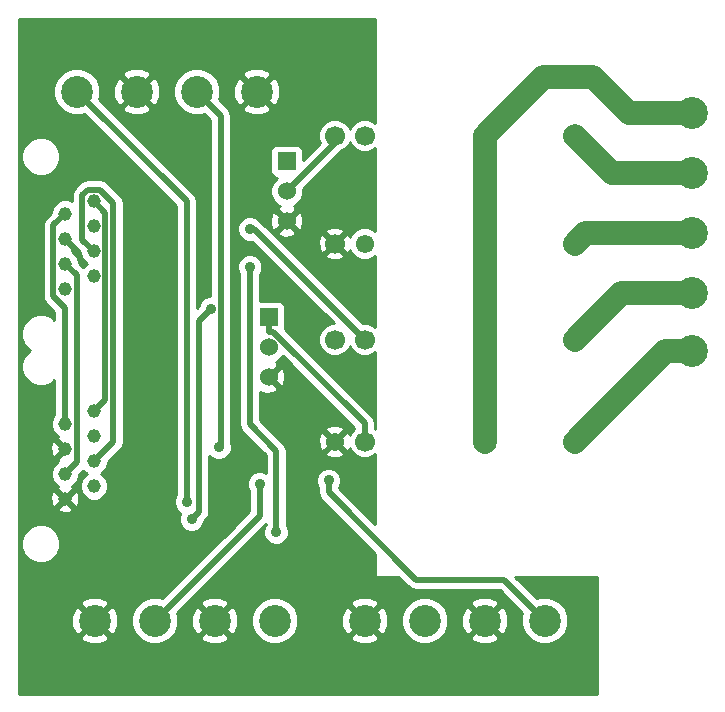
<source format=gbl>
G04 #@! TF.FileFunction,Copper,L2,Bot,Signal*
%FSLAX46Y46*%
G04 Gerber Fmt 4.6, Leading zero omitted, Abs format (unit mm)*
G04 Created by KiCad (PCBNEW 4.0.1-stable) date 8/05/2016 3:47:28 PM*
%MOMM*%
G01*
G04 APERTURE LIST*
%ADD10C,0.150000*%
%ADD11C,2.700000*%
%ADD12R,1.524000X1.524000*%
%ADD13C,1.524000*%
%ADD14C,1.550000*%
%ADD15C,1.700000*%
%ADD16C,2.000000*%
%ADD17C,1.150000*%
%ADD18C,0.889000*%
%ADD19C,2.030000*%
%ADD20C,0.500000*%
%ADD21C,0.254000*%
G04 APERTURE END LIST*
D10*
D11*
X144566000Y-108204000D03*
X144566000Y-113284000D03*
X144566000Y-118364000D03*
X144566000Y-123444000D03*
X144566000Y-128364000D03*
X109220000Y-151170000D03*
X104140000Y-151170000D03*
X99060000Y-151170000D03*
X93980000Y-151170000D03*
X132080000Y-151170000D03*
X127000000Y-151170000D03*
X121920000Y-151170000D03*
X116840000Y-151170000D03*
D12*
X110236000Y-112268000D03*
D13*
X110236000Y-114808000D03*
X110236000Y-117348000D03*
D12*
X108712000Y-125476000D03*
D13*
X108712000Y-128016000D03*
X108712000Y-130556000D03*
D11*
X92456000Y-106386000D03*
X97536000Y-106386000D03*
X102616000Y-106386000D03*
X107696000Y-106386000D03*
D14*
X114300000Y-136020000D03*
D15*
X116840000Y-136020000D03*
D16*
X127000000Y-136020000D03*
X134620000Y-136020000D03*
D15*
X114300000Y-127384000D03*
X116840000Y-127384000D03*
D16*
X127000000Y-127384000D03*
X134620000Y-127384000D03*
D15*
X114300000Y-119256000D03*
D14*
X116840000Y-119256000D03*
D16*
X127000000Y-119256000D03*
X134620000Y-119256000D03*
D15*
X114300000Y-110112000D03*
X116840000Y-110112000D03*
D16*
X127000000Y-110112000D03*
X134620000Y-110112000D03*
D17*
X93908000Y-133455000D03*
X93908000Y-135572200D03*
X93908000Y-137689300D03*
X93908000Y-139806400D03*
X91458000Y-134513600D03*
X91458000Y-136630700D03*
X91458000Y-138747800D03*
X91458000Y-140865000D03*
X93908000Y-115675000D03*
X93908000Y-117792200D03*
X93908000Y-119909300D03*
X93908000Y-122026400D03*
X91458000Y-116733600D03*
X91458000Y-118850700D03*
X91458000Y-120967800D03*
X91458000Y-123085000D03*
D18*
X104497000Y-136485700D03*
X101761000Y-141112400D03*
X107108000Y-121217900D03*
X109336600Y-143690400D03*
X107108000Y-118016700D03*
X113788600Y-139300000D03*
X103785500Y-124800700D03*
X102178100Y-142585200D03*
X107946200Y-139613100D03*
D19*
X131956000Y-105156000D02*
X127000000Y-110112000D01*
X136144000Y-105156000D02*
X131956000Y-105156000D01*
X139192000Y-108204000D02*
X136144000Y-105156000D01*
X144566000Y-108204000D02*
X139192000Y-108204000D01*
X127000000Y-127384000D02*
X127000000Y-136020000D01*
X127000000Y-119256000D02*
X127000000Y-127384000D01*
X127000000Y-110112000D02*
X127000000Y-119256000D01*
X137792000Y-113284000D02*
X134620000Y-110112000D01*
X144566000Y-113284000D02*
X137792000Y-113284000D01*
X135512000Y-118364000D02*
X134620000Y-119256000D01*
X144566000Y-118364000D02*
X135512000Y-118364000D01*
X138560000Y-123444000D02*
X134620000Y-127384000D01*
X144566000Y-123444000D02*
X138560000Y-123444000D01*
X142276000Y-128364000D02*
X134620000Y-136020000D01*
X144566000Y-128364000D02*
X142276000Y-128364000D01*
D20*
X109106400Y-126738000D02*
X108712000Y-126738000D01*
X116840000Y-134471600D02*
X109106400Y-126738000D01*
X116840000Y-136020000D02*
X116840000Y-134471600D01*
X108712000Y-125476000D02*
X108712000Y-126738000D01*
X114300000Y-110744000D02*
X110236000Y-114808000D01*
X114300000Y-110112000D02*
X114300000Y-110744000D01*
X104660000Y-108430000D02*
X102616000Y-106386000D01*
X104660000Y-136322700D02*
X104660000Y-108430000D01*
X104497000Y-136485700D02*
X104660000Y-136322700D01*
X101761000Y-115691000D02*
X92456000Y-106386000D01*
X101761000Y-141112400D02*
X101761000Y-115691000D01*
X109336600Y-136785300D02*
X109336600Y-143690400D01*
X107108000Y-134556700D02*
X109336600Y-136785300D01*
X107108000Y-121217900D02*
X107108000Y-134556700D01*
X94883400Y-132479600D02*
X93908000Y-133455000D01*
X94883400Y-116650400D02*
X94883400Y-132479600D01*
X93908000Y-115675000D02*
X94883400Y-116650400D01*
X107472700Y-118016700D02*
X107108000Y-118016700D01*
X116840000Y-127384000D02*
X107472700Y-118016700D01*
X91458000Y-124710000D02*
X91458000Y-134513600D01*
X90471200Y-123723200D02*
X91458000Y-124710000D01*
X90471200Y-117720400D02*
X90471200Y-123723200D01*
X91458000Y-116733600D02*
X90471200Y-117720400D01*
X92924100Y-118925400D02*
X93908000Y-119909300D01*
X92924100Y-115173900D02*
X92924100Y-118925400D01*
X93401100Y-114696900D02*
X92924100Y-115173900D01*
X94418900Y-114696900D02*
X93401100Y-114696900D01*
X95568900Y-115846900D02*
X94418900Y-114696900D01*
X95568900Y-136028400D02*
X95568900Y-115846900D01*
X93908000Y-137689300D02*
X95568900Y-136028400D01*
X92444300Y-137761500D02*
X91458000Y-138747800D01*
X92444300Y-121954100D02*
X92444300Y-137761500D01*
X91458000Y-120967800D02*
X92444300Y-121954100D01*
X128627400Y-147717400D02*
X132080000Y-151170000D01*
X121188500Y-147717400D02*
X128627400Y-147717400D01*
X113788600Y-140317500D02*
X121188500Y-147717400D01*
X113788600Y-139300000D02*
X113788600Y-140317500D01*
X102806000Y-141957300D02*
X102178100Y-142585200D01*
X102806000Y-125780200D02*
X102806000Y-141957300D01*
X103785500Y-124800700D02*
X102806000Y-125780200D01*
X107946200Y-142283800D02*
X107946200Y-139613100D01*
X99060000Y-151170000D02*
X107946200Y-142283800D01*
D21*
G36*
X91559300Y-123191590D02*
X91472142Y-123278747D01*
X91458000Y-123264605D01*
X91443857Y-123278747D01*
X91356200Y-123191090D01*
X91356200Y-122978910D01*
X91443857Y-122891252D01*
X91458000Y-122905395D01*
X91472142Y-122891252D01*
X91559300Y-122978410D01*
X91559300Y-123191590D01*
X91559300Y-123191590D01*
G37*
X91559300Y-123191590D02*
X91472142Y-123278747D01*
X91458000Y-123264605D01*
X91443857Y-123278747D01*
X91356200Y-123191090D01*
X91356200Y-122978910D01*
X91443857Y-122891252D01*
X91458000Y-122905395D01*
X91472142Y-122891252D01*
X91559300Y-122978410D01*
X91559300Y-123191590D01*
G36*
X93301682Y-120967703D02*
X93223486Y-121000014D01*
X92982429Y-121240649D01*
X92668036Y-120926256D01*
X92668209Y-120728172D01*
X92484386Y-120283286D01*
X92144305Y-119942610D01*
X92077256Y-119914769D01*
X92122982Y-119695287D01*
X91458000Y-119030305D01*
X91443857Y-119044447D01*
X91356200Y-118956790D01*
X91356200Y-118744610D01*
X91443857Y-118656952D01*
X91458000Y-118671095D01*
X91472142Y-118656952D01*
X91651747Y-118836557D01*
X91637605Y-118850700D01*
X92218197Y-119431292D01*
X92218198Y-119431293D01*
X92298310Y-119551190D01*
X92697963Y-119950843D01*
X92697791Y-120148928D01*
X92881614Y-120593814D01*
X93221695Y-120934490D01*
X93301682Y-120967703D01*
X93301682Y-120967703D01*
G37*
X93301682Y-120967703D02*
X93223486Y-121000014D01*
X92982429Y-121240649D01*
X92668036Y-120926256D01*
X92668209Y-120728172D01*
X92484386Y-120283286D01*
X92144305Y-119942610D01*
X92077256Y-119914769D01*
X92122982Y-119695287D01*
X91458000Y-119030305D01*
X91443857Y-119044447D01*
X91356200Y-118956790D01*
X91356200Y-118744610D01*
X91443857Y-118656952D01*
X91458000Y-118671095D01*
X91472142Y-118656952D01*
X91651747Y-118836557D01*
X91637605Y-118850700D01*
X92218197Y-119431292D01*
X92218198Y-119431293D01*
X92298310Y-119551190D01*
X92697963Y-119950843D01*
X92697791Y-120148928D01*
X92881614Y-120593814D01*
X93221695Y-120934490D01*
X93301682Y-120967703D01*
G36*
X136525000Y-157353000D02*
X128993737Y-157353000D01*
X128993737Y-151518045D01*
X128975164Y-150728582D01*
X128708782Y-150085478D01*
X128405593Y-149944012D01*
X128225988Y-150123617D01*
X128225988Y-149764407D01*
X128084522Y-149461218D01*
X127348045Y-149176263D01*
X126558582Y-149194836D01*
X125915478Y-149461218D01*
X125774012Y-149764407D01*
X127000000Y-150990395D01*
X128225988Y-149764407D01*
X128225988Y-150123617D01*
X127179605Y-151170000D01*
X128405593Y-152395988D01*
X128708782Y-152254522D01*
X128993737Y-151518045D01*
X128993737Y-157353000D01*
X128225988Y-157353000D01*
X128225988Y-152575593D01*
X127000000Y-151349605D01*
X126820395Y-151529210D01*
X126820395Y-151170000D01*
X125594407Y-149944012D01*
X125291218Y-150085478D01*
X125006263Y-150821955D01*
X125024836Y-151611418D01*
X125291218Y-152254522D01*
X125594407Y-152395988D01*
X126820395Y-151170000D01*
X126820395Y-151529210D01*
X125774012Y-152575593D01*
X125915478Y-152878782D01*
X126651955Y-153163737D01*
X127441418Y-153145164D01*
X128084522Y-152878782D01*
X128225988Y-152575593D01*
X128225988Y-157353000D01*
X123905343Y-157353000D01*
X123905343Y-150776891D01*
X123603782Y-150047057D01*
X123045880Y-149488181D01*
X122316573Y-149185346D01*
X121526891Y-149184657D01*
X120797057Y-149486218D01*
X120238181Y-150044120D01*
X119935346Y-150773427D01*
X119934657Y-151563109D01*
X120236218Y-152292943D01*
X120794120Y-152851819D01*
X121523427Y-153154654D01*
X122313109Y-153155343D01*
X123042943Y-152853782D01*
X123601819Y-152295880D01*
X123904654Y-151566573D01*
X123905343Y-150776891D01*
X123905343Y-157353000D01*
X118833737Y-157353000D01*
X118833737Y-151518045D01*
X118815164Y-150728582D01*
X118548782Y-150085478D01*
X118245593Y-149944012D01*
X118065988Y-150123617D01*
X118065988Y-149764407D01*
X117924522Y-149461218D01*
X117188045Y-149176263D01*
X116398582Y-149194836D01*
X115755478Y-149461218D01*
X115614012Y-149764407D01*
X116840000Y-150990395D01*
X118065988Y-149764407D01*
X118065988Y-150123617D01*
X117019605Y-151170000D01*
X118245593Y-152395988D01*
X118548782Y-152254522D01*
X118833737Y-151518045D01*
X118833737Y-157353000D01*
X118065988Y-157353000D01*
X118065988Y-152575593D01*
X116840000Y-151349605D01*
X116660395Y-151529210D01*
X116660395Y-151170000D01*
X115434407Y-149944012D01*
X115131218Y-150085478D01*
X114846263Y-150821955D01*
X114864836Y-151611418D01*
X115131218Y-152254522D01*
X115434407Y-152395988D01*
X116660395Y-151170000D01*
X116660395Y-151529210D01*
X115614012Y-152575593D01*
X115755478Y-152878782D01*
X116491955Y-153163737D01*
X117281418Y-153145164D01*
X117924522Y-152878782D01*
X118065988Y-152575593D01*
X118065988Y-157353000D01*
X111205343Y-157353000D01*
X111205343Y-150776891D01*
X110903782Y-150047057D01*
X110345880Y-149488181D01*
X109616573Y-149185346D01*
X108826891Y-149184657D01*
X108097057Y-149486218D01*
X107538181Y-150044120D01*
X107235346Y-150773427D01*
X107234657Y-151563109D01*
X107536218Y-152292943D01*
X108094120Y-152851819D01*
X108823427Y-153154654D01*
X109613109Y-153155343D01*
X110342943Y-152853782D01*
X110901819Y-152295880D01*
X111204654Y-151566573D01*
X111205343Y-150776891D01*
X111205343Y-157353000D01*
X106133737Y-157353000D01*
X106133737Y-151518045D01*
X106115164Y-150728582D01*
X105848782Y-150085478D01*
X105545593Y-149944012D01*
X105365988Y-150123617D01*
X105365988Y-149764407D01*
X105224522Y-149461218D01*
X104488045Y-149176263D01*
X103698582Y-149194836D01*
X103055478Y-149461218D01*
X102914012Y-149764407D01*
X104140000Y-150990395D01*
X105365988Y-149764407D01*
X105365988Y-150123617D01*
X104319605Y-151170000D01*
X105545593Y-152395988D01*
X105848782Y-152254522D01*
X106133737Y-151518045D01*
X106133737Y-157353000D01*
X105365988Y-157353000D01*
X105365988Y-152575593D01*
X104140000Y-151349605D01*
X103960395Y-151529210D01*
X103960395Y-151170000D01*
X102734407Y-149944012D01*
X102431218Y-150085478D01*
X102146263Y-150821955D01*
X102164836Y-151611418D01*
X102431218Y-152254522D01*
X102734407Y-152395988D01*
X103960395Y-151170000D01*
X103960395Y-151529210D01*
X102914012Y-152575593D01*
X103055478Y-152878782D01*
X103791955Y-153163737D01*
X104581418Y-153145164D01*
X105224522Y-152878782D01*
X105365988Y-152575593D01*
X105365988Y-157353000D01*
X96453900Y-157353000D01*
X96453900Y-136028400D01*
X96453900Y-115846900D01*
X96386533Y-115508225D01*
X96194690Y-115221110D01*
X96194686Y-115221107D01*
X95044690Y-114071110D01*
X94757575Y-113879267D01*
X94701384Y-113868089D01*
X94418900Y-113811899D01*
X94418894Y-113811900D01*
X93401100Y-113811900D01*
X93401099Y-113811900D01*
X93062425Y-113879267D01*
X92775310Y-114071110D01*
X92775307Y-114071113D01*
X92298310Y-114548110D01*
X92106467Y-114835225D01*
X92095289Y-114891415D01*
X92039099Y-115173900D01*
X92039100Y-115173905D01*
X92039100Y-115664725D01*
X91699740Y-115523811D01*
X91218372Y-115523391D01*
X91043283Y-115595736D01*
X91043283Y-111556205D01*
X90794893Y-110955057D01*
X90335362Y-110494723D01*
X89734648Y-110245285D01*
X89084205Y-110244717D01*
X88483057Y-110493107D01*
X88022723Y-110952638D01*
X87773285Y-111553352D01*
X87772717Y-112203795D01*
X88021107Y-112804943D01*
X88480638Y-113265277D01*
X89081352Y-113514715D01*
X89731795Y-113515283D01*
X90332943Y-113266893D01*
X90793277Y-112807362D01*
X91042715Y-112206648D01*
X91043283Y-111556205D01*
X91043283Y-115595736D01*
X90773486Y-115707214D01*
X90432810Y-116047295D01*
X90248211Y-116491860D01*
X90248036Y-116691984D01*
X89845410Y-117094610D01*
X89653567Y-117381725D01*
X89642389Y-117437915D01*
X89586199Y-117720400D01*
X89586200Y-117720405D01*
X89586200Y-123723194D01*
X89586199Y-123723200D01*
X89642389Y-124005684D01*
X89653567Y-124061875D01*
X89845410Y-124348990D01*
X90573000Y-125076579D01*
X90573000Y-125732776D01*
X90335362Y-125494723D01*
X89734648Y-125245285D01*
X89084205Y-125244717D01*
X88483057Y-125493107D01*
X88022723Y-125952638D01*
X87773285Y-126553352D01*
X87772717Y-127203795D01*
X88021107Y-127804943D01*
X88480638Y-128265277D01*
X88491296Y-128269702D01*
X88483057Y-128273107D01*
X88022723Y-128732638D01*
X87773285Y-129333352D01*
X87772717Y-129983795D01*
X88021107Y-130584943D01*
X88480638Y-131045277D01*
X89081352Y-131294715D01*
X89731795Y-131295283D01*
X90332943Y-131046893D01*
X90573000Y-130807254D01*
X90573000Y-133687349D01*
X90432810Y-133827295D01*
X90248211Y-134271860D01*
X90247791Y-134753228D01*
X90431614Y-135198114D01*
X90771695Y-135538790D01*
X90838743Y-135566630D01*
X90793018Y-135786113D01*
X91458000Y-136451095D01*
X91472142Y-136436952D01*
X91559300Y-136524110D01*
X91559300Y-136737290D01*
X91472142Y-136824447D01*
X91458000Y-136810305D01*
X91278395Y-136989910D01*
X91278395Y-136630700D01*
X90613413Y-135965718D01*
X90390566Y-136012144D01*
X90235108Y-136467719D01*
X90265826Y-136948105D01*
X90390566Y-137249256D01*
X90613413Y-137295682D01*
X91278395Y-136630700D01*
X91278395Y-136989910D01*
X90793018Y-137475287D01*
X90838681Y-137694475D01*
X90773486Y-137721414D01*
X90432810Y-138061495D01*
X90248211Y-138506060D01*
X90247791Y-138987428D01*
X90431614Y-139432314D01*
X90771695Y-139772990D01*
X90838762Y-139800838D01*
X90793018Y-140020413D01*
X91458000Y-140685395D01*
X92122982Y-140020413D01*
X92077298Y-139801132D01*
X92142514Y-139774186D01*
X92483190Y-139434105D01*
X92667789Y-138989540D01*
X92667963Y-138789415D01*
X92982501Y-138474877D01*
X93221695Y-138714490D01*
X93301682Y-138747703D01*
X93223486Y-138780014D01*
X92882810Y-139120095D01*
X92698211Y-139564660D01*
X92697791Y-140046028D01*
X92881614Y-140490914D01*
X93221695Y-140831590D01*
X93666260Y-141016189D01*
X94147628Y-141016609D01*
X94592514Y-140832786D01*
X94933190Y-140492705D01*
X95117789Y-140048140D01*
X95118209Y-139566772D01*
X94934386Y-139121886D01*
X94594305Y-138781210D01*
X94514317Y-138747996D01*
X94592514Y-138715686D01*
X94933190Y-138375605D01*
X95117789Y-137931040D01*
X95117963Y-137730916D01*
X96194686Y-136654192D01*
X96194689Y-136654190D01*
X96194690Y-136654190D01*
X96386533Y-136367075D01*
X96453900Y-136028400D01*
X96453900Y-157353000D01*
X95973737Y-157353000D01*
X95973737Y-151518045D01*
X95955164Y-150728582D01*
X95688782Y-150085478D01*
X95385593Y-149944012D01*
X95205988Y-150123617D01*
X95205988Y-149764407D01*
X95064522Y-149461218D01*
X94328045Y-149176263D01*
X93538582Y-149194836D01*
X92895478Y-149461218D01*
X92754012Y-149764407D01*
X93980000Y-150990395D01*
X95205988Y-149764407D01*
X95205988Y-150123617D01*
X94159605Y-151170000D01*
X95385593Y-152395988D01*
X95688782Y-152254522D01*
X95973737Y-151518045D01*
X95973737Y-157353000D01*
X95205988Y-157353000D01*
X95205988Y-152575593D01*
X93980000Y-151349605D01*
X93800395Y-151529210D01*
X93800395Y-151170000D01*
X92680892Y-150050497D01*
X92680892Y-141027981D01*
X92650174Y-140547595D01*
X92525434Y-140246444D01*
X92302587Y-140200018D01*
X91637605Y-140865000D01*
X92302587Y-141529982D01*
X92525434Y-141483556D01*
X92680892Y-141027981D01*
X92680892Y-150050497D01*
X92574407Y-149944012D01*
X92271218Y-150085478D01*
X92122982Y-150468599D01*
X92122982Y-141709587D01*
X91458000Y-141044605D01*
X91278395Y-141224210D01*
X91278395Y-140865000D01*
X90613413Y-140200018D01*
X90390566Y-140246444D01*
X90235108Y-140702019D01*
X90265826Y-141182405D01*
X90390566Y-141483556D01*
X90613413Y-141529982D01*
X91278395Y-140865000D01*
X91278395Y-141224210D01*
X90793018Y-141709587D01*
X90839444Y-141932434D01*
X91295019Y-142087892D01*
X91775405Y-142057174D01*
X92076556Y-141932434D01*
X92122982Y-141709587D01*
X92122982Y-150468599D01*
X91986263Y-150821955D01*
X92004836Y-151611418D01*
X92271218Y-152254522D01*
X92574407Y-152395988D01*
X93800395Y-151170000D01*
X93800395Y-151529210D01*
X92754012Y-152575593D01*
X92895478Y-152878782D01*
X93631955Y-153163737D01*
X94421418Y-153145164D01*
X95064522Y-152878782D01*
X95205988Y-152575593D01*
X95205988Y-157353000D01*
X91043283Y-157353000D01*
X91043283Y-144336205D01*
X90794893Y-143735057D01*
X90335362Y-143274723D01*
X89734648Y-143025285D01*
X89084205Y-143024717D01*
X88483057Y-143273107D01*
X88022723Y-143732638D01*
X87773285Y-144333352D01*
X87772717Y-144983795D01*
X88021107Y-145584943D01*
X88480638Y-146045277D01*
X89081352Y-146294715D01*
X89731795Y-146295283D01*
X90332943Y-146046893D01*
X90793277Y-145587362D01*
X91042715Y-144986648D01*
X91043283Y-144336205D01*
X91043283Y-157353000D01*
X87553000Y-157353000D01*
X87553000Y-100203000D01*
X117729000Y-100203000D01*
X117729000Y-109042156D01*
X117625563Y-108938539D01*
X117116702Y-108727242D01*
X116565715Y-108726761D01*
X116056486Y-108937170D01*
X115666539Y-109326437D01*
X115570023Y-109558872D01*
X115474830Y-109328486D01*
X115085563Y-108938539D01*
X114576702Y-108727242D01*
X114025715Y-108726761D01*
X113516486Y-108937170D01*
X113126539Y-109326437D01*
X112915242Y-109835298D01*
X112914761Y-110386285D01*
X113058430Y-110733990D01*
X111633110Y-112159310D01*
X111633110Y-111380245D01*
X111536641Y-111146771D01*
X111358168Y-110967987D01*
X111124864Y-110871111D01*
X110872245Y-110870890D01*
X109689737Y-110870890D01*
X109689737Y-106734045D01*
X109671164Y-105944582D01*
X109404782Y-105301478D01*
X109101593Y-105160012D01*
X108921988Y-105339617D01*
X108921988Y-104980407D01*
X108780522Y-104677218D01*
X108044045Y-104392263D01*
X107254582Y-104410836D01*
X106611478Y-104677218D01*
X106470012Y-104980407D01*
X107696000Y-106206395D01*
X108921988Y-104980407D01*
X108921988Y-105339617D01*
X107875605Y-106386000D01*
X109101593Y-107611988D01*
X109404782Y-107470522D01*
X109689737Y-106734045D01*
X109689737Y-110870890D01*
X109348245Y-110870890D01*
X109114771Y-110967359D01*
X108935987Y-111145832D01*
X108921988Y-111179545D01*
X108921988Y-107791593D01*
X107696000Y-106565605D01*
X107516395Y-106745210D01*
X107516395Y-106386000D01*
X106290407Y-105160012D01*
X105987218Y-105301478D01*
X105702263Y-106037955D01*
X105720836Y-106827418D01*
X105987218Y-107470522D01*
X106290407Y-107611988D01*
X107516395Y-106386000D01*
X107516395Y-106745210D01*
X106470012Y-107791593D01*
X106611478Y-108094782D01*
X107347955Y-108379737D01*
X108137418Y-108361164D01*
X108780522Y-108094782D01*
X108921988Y-107791593D01*
X108921988Y-111179545D01*
X108839111Y-111379136D01*
X108838890Y-111631755D01*
X108838890Y-113155755D01*
X108935359Y-113389229D01*
X109113832Y-113568013D01*
X109347136Y-113664889D01*
X109403676Y-113664938D01*
X109052372Y-114015630D01*
X108839244Y-114528901D01*
X108838759Y-115084661D01*
X109050991Y-115598303D01*
X109443630Y-115991628D01*
X109635730Y-116071394D01*
X109504858Y-116125604D01*
X109435393Y-116367788D01*
X110236000Y-117168395D01*
X111036607Y-116367788D01*
X110967142Y-116125604D01*
X110826678Y-116075491D01*
X111026303Y-115993009D01*
X111419628Y-115600370D01*
X111632756Y-115087099D01*
X111633126Y-114662453D01*
X114925786Y-111369792D01*
X114925789Y-111369790D01*
X114925790Y-111369790D01*
X114942210Y-111345215D01*
X115083514Y-111286830D01*
X115473461Y-110897563D01*
X115569976Y-110665127D01*
X115665170Y-110895514D01*
X116054437Y-111285461D01*
X116563298Y-111496758D01*
X117114285Y-111497239D01*
X117623514Y-111286830D01*
X117729000Y-111181527D01*
X117729000Y-118186156D01*
X117625563Y-118082539D01*
X117116702Y-117871242D01*
X116565715Y-117870761D01*
X116056486Y-118081170D01*
X115666539Y-118470437D01*
X115576621Y-118686982D01*
X115512458Y-118532078D01*
X115271517Y-118464088D01*
X115091912Y-118643693D01*
X115091912Y-118284483D01*
X115023922Y-118043542D01*
X114504830Y-117858802D01*
X113954554Y-117886772D01*
X113576078Y-118043542D01*
X113508088Y-118284483D01*
X114300000Y-119076395D01*
X115091912Y-118284483D01*
X115091912Y-118643693D01*
X114479605Y-119256000D01*
X115271517Y-120047912D01*
X115512458Y-119979922D01*
X115571730Y-119813373D01*
X115665170Y-120039514D01*
X116054437Y-120429461D01*
X116563298Y-120640758D01*
X117114285Y-120641239D01*
X117623514Y-120430830D01*
X117729000Y-120325527D01*
X117729000Y-126314156D01*
X117625563Y-126210539D01*
X117116702Y-125999242D01*
X116706462Y-125998883D01*
X115091912Y-124384332D01*
X115091912Y-120227517D01*
X114300000Y-119435605D01*
X114120395Y-119615210D01*
X114120395Y-119256000D01*
X113328483Y-118464088D01*
X113087542Y-118532078D01*
X112902802Y-119051170D01*
X112930772Y-119601446D01*
X113087542Y-119979922D01*
X113328483Y-120047912D01*
X114120395Y-119256000D01*
X114120395Y-119615210D01*
X113508088Y-120227517D01*
X113576078Y-120468458D01*
X114095170Y-120653198D01*
X114645446Y-120625228D01*
X115023922Y-120468458D01*
X115091912Y-120227517D01*
X115091912Y-124384332D01*
X111645143Y-120937563D01*
X111645143Y-117555696D01*
X111617360Y-117000631D01*
X111458396Y-116616858D01*
X111216212Y-116547393D01*
X110415605Y-117348000D01*
X111216212Y-118148607D01*
X111458396Y-118079142D01*
X111645143Y-117555696D01*
X111645143Y-120937563D01*
X111036607Y-120329027D01*
X111036607Y-118328212D01*
X110236000Y-117527605D01*
X110056395Y-117707210D01*
X110056395Y-117348000D01*
X109255788Y-116547393D01*
X109013604Y-116616858D01*
X108826857Y-117140304D01*
X108854640Y-117695369D01*
X109013604Y-118079142D01*
X109255788Y-118148607D01*
X110056395Y-117348000D01*
X110056395Y-117707210D01*
X109435393Y-118328212D01*
X109504858Y-118570396D01*
X110028304Y-118757143D01*
X110583369Y-118729360D01*
X110967142Y-118570396D01*
X111036607Y-118328212D01*
X111036607Y-120329027D01*
X108098490Y-117390910D01*
X107828587Y-117210568D01*
X107828585Y-117210566D01*
X107720286Y-117102078D01*
X107323668Y-116937387D01*
X106894216Y-116937013D01*
X106497311Y-117101011D01*
X106193378Y-117404414D01*
X106028687Y-117801032D01*
X106028313Y-118230484D01*
X106192311Y-118627389D01*
X106495714Y-118931322D01*
X106892332Y-119096013D01*
X107300788Y-119096368D01*
X114203336Y-125998916D01*
X114025715Y-125998761D01*
X113516486Y-126209170D01*
X113126539Y-126598437D01*
X112915242Y-127107298D01*
X112914761Y-127658285D01*
X113125170Y-128167514D01*
X113514437Y-128557461D01*
X114023298Y-128768758D01*
X114574285Y-128769239D01*
X115083514Y-128558830D01*
X115473461Y-128169563D01*
X115569976Y-127937127D01*
X115665170Y-128167514D01*
X116054437Y-128557461D01*
X116563298Y-128768758D01*
X117114285Y-128769239D01*
X117623514Y-128558830D01*
X117729000Y-128453527D01*
X117729000Y-134950156D01*
X117725000Y-134946149D01*
X117725000Y-134471605D01*
X117725000Y-134471600D01*
X117725001Y-134471600D01*
X117668810Y-134189115D01*
X117657633Y-134132926D01*
X117657633Y-134132925D01*
X117465790Y-133845810D01*
X117465786Y-133845807D01*
X110072493Y-126452513D01*
X110108889Y-126364864D01*
X110109110Y-126112245D01*
X110109110Y-124588245D01*
X110012641Y-124354771D01*
X109834168Y-124175987D01*
X109600864Y-124079111D01*
X109348245Y-124078890D01*
X107993000Y-124078890D01*
X107993000Y-121859756D01*
X108022622Y-121830186D01*
X108187313Y-121433568D01*
X108187687Y-121004116D01*
X108023689Y-120607211D01*
X107720286Y-120303278D01*
X107323668Y-120138587D01*
X106894216Y-120138213D01*
X106497311Y-120302211D01*
X106193378Y-120605614D01*
X106028687Y-121002232D01*
X106028313Y-121431684D01*
X106192311Y-121828589D01*
X106223000Y-121859331D01*
X106223000Y-134556694D01*
X106222999Y-134556700D01*
X106279189Y-134839184D01*
X106290367Y-134895375D01*
X106482210Y-135182490D01*
X108451600Y-137151879D01*
X108451600Y-138654094D01*
X108161868Y-138533787D01*
X107732416Y-138533413D01*
X107335511Y-138697411D01*
X107031578Y-139000814D01*
X106866887Y-139397432D01*
X106866513Y-139826884D01*
X107030511Y-140223789D01*
X107061200Y-140254531D01*
X107061200Y-141917220D01*
X105576687Y-143401732D01*
X105576687Y-136271916D01*
X105545000Y-136195227D01*
X105545000Y-108430000D01*
X105477633Y-108091325D01*
X105285790Y-107804210D01*
X105285786Y-107804207D01*
X104501922Y-107020343D01*
X104600654Y-106782573D01*
X104601343Y-105992891D01*
X104299782Y-105263057D01*
X103741880Y-104704181D01*
X103012573Y-104401346D01*
X102222891Y-104400657D01*
X101493057Y-104702218D01*
X100934181Y-105260120D01*
X100631346Y-105989427D01*
X100630657Y-106779109D01*
X100932218Y-107508943D01*
X101490120Y-108067819D01*
X102219427Y-108370654D01*
X103009109Y-108371343D01*
X103250162Y-108271741D01*
X103775000Y-108796579D01*
X103775000Y-123721190D01*
X103571716Y-123721013D01*
X103174811Y-123885011D01*
X102870878Y-124188414D01*
X102706187Y-124585032D01*
X102706149Y-124628471D01*
X102646000Y-124688620D01*
X102646000Y-115691005D01*
X102646000Y-115691000D01*
X102646001Y-115691000D01*
X102578633Y-115352325D01*
X102386790Y-115065210D01*
X102386786Y-115065207D01*
X99529737Y-112208157D01*
X99529737Y-106734045D01*
X99511164Y-105944582D01*
X99244782Y-105301478D01*
X98941593Y-105160012D01*
X98761988Y-105339617D01*
X98761988Y-104980407D01*
X98620522Y-104677218D01*
X97884045Y-104392263D01*
X97094582Y-104410836D01*
X96451478Y-104677218D01*
X96310012Y-104980407D01*
X97536000Y-106206395D01*
X98761988Y-104980407D01*
X98761988Y-105339617D01*
X97715605Y-106386000D01*
X98941593Y-107611988D01*
X99244782Y-107470522D01*
X99529737Y-106734045D01*
X99529737Y-112208157D01*
X98761988Y-111440408D01*
X98761988Y-107791593D01*
X97536000Y-106565605D01*
X97356395Y-106745210D01*
X97356395Y-106386000D01*
X96130407Y-105160012D01*
X95827218Y-105301478D01*
X95542263Y-106037955D01*
X95560836Y-106827418D01*
X95827218Y-107470522D01*
X96130407Y-107611988D01*
X97356395Y-106386000D01*
X97356395Y-106745210D01*
X96310012Y-107791593D01*
X96451478Y-108094782D01*
X97187955Y-108379737D01*
X97977418Y-108361164D01*
X98620522Y-108094782D01*
X98761988Y-107791593D01*
X98761988Y-111440408D01*
X94341923Y-107020343D01*
X94440654Y-106782573D01*
X94441343Y-105992891D01*
X94139782Y-105263057D01*
X93581880Y-104704181D01*
X92852573Y-104401346D01*
X92062891Y-104400657D01*
X91333057Y-104702218D01*
X90774181Y-105260120D01*
X90471346Y-105989427D01*
X90470657Y-106779109D01*
X90772218Y-107508943D01*
X91330120Y-108067819D01*
X92059427Y-108370654D01*
X92849109Y-108371343D01*
X93090162Y-108271741D01*
X100876000Y-116057579D01*
X100876000Y-140470543D01*
X100846378Y-140500114D01*
X100681687Y-140896732D01*
X100681313Y-141326184D01*
X100845311Y-141723089D01*
X101148714Y-142027022D01*
X101227436Y-142059710D01*
X101098787Y-142369532D01*
X101098413Y-142798984D01*
X101262411Y-143195889D01*
X101565814Y-143499822D01*
X101962432Y-143664513D01*
X102391884Y-143664887D01*
X102788789Y-143500889D01*
X103092722Y-143197486D01*
X103257413Y-142800868D01*
X103257450Y-142757428D01*
X103431786Y-142583092D01*
X103431789Y-142583090D01*
X103431790Y-142583090D01*
X103623633Y-142295975D01*
X103691000Y-141957300D01*
X103691000Y-137206269D01*
X103884714Y-137400322D01*
X104281332Y-137565013D01*
X104710784Y-137565387D01*
X105107689Y-137401389D01*
X105411622Y-137097986D01*
X105576313Y-136701368D01*
X105576687Y-136271916D01*
X105576687Y-143401732D01*
X99694343Y-149284076D01*
X99456573Y-149185346D01*
X98666891Y-149184657D01*
X97937057Y-149486218D01*
X97378181Y-150044120D01*
X97075346Y-150773427D01*
X97074657Y-151563109D01*
X97376218Y-152292943D01*
X97934120Y-152851819D01*
X98663427Y-153154654D01*
X99453109Y-153155343D01*
X100182943Y-152853782D01*
X100741819Y-152295880D01*
X101044654Y-151566573D01*
X101045343Y-150776891D01*
X100945741Y-150535837D01*
X108451600Y-143029979D01*
X108451600Y-143048543D01*
X108421978Y-143078114D01*
X108257287Y-143474732D01*
X108256913Y-143904184D01*
X108420911Y-144301089D01*
X108724314Y-144605022D01*
X109120932Y-144769713D01*
X109550384Y-144770087D01*
X109947289Y-144606089D01*
X110251222Y-144302686D01*
X110415913Y-143906068D01*
X110416287Y-143476616D01*
X110252289Y-143079711D01*
X110221600Y-143048968D01*
X110221600Y-136785300D01*
X110154233Y-136446625D01*
X110121143Y-136397102D01*
X110121143Y-130763696D01*
X110093360Y-130208631D01*
X109934396Y-129824858D01*
X109692212Y-129755393D01*
X108891605Y-130556000D01*
X109692212Y-131356607D01*
X109934396Y-131287142D01*
X110121143Y-130763696D01*
X110121143Y-136397102D01*
X109962390Y-136159510D01*
X109962386Y-136159507D01*
X107993000Y-134190120D01*
X107993000Y-131782727D01*
X108504304Y-131965143D01*
X109059369Y-131937360D01*
X109443142Y-131778396D01*
X109512607Y-131536212D01*
X108712000Y-130735605D01*
X108697857Y-130749747D01*
X108518252Y-130570142D01*
X108532395Y-130556000D01*
X108518252Y-130541857D01*
X108697857Y-130362252D01*
X108712000Y-130376395D01*
X109512607Y-129575788D01*
X109443142Y-129333604D01*
X109302678Y-129283491D01*
X109502303Y-129201009D01*
X109895628Y-128808370D01*
X109904301Y-128787481D01*
X115955000Y-134838179D01*
X115955000Y-134946479D01*
X115666539Y-135234437D01*
X115576621Y-135450982D01*
X115512458Y-135296078D01*
X115271517Y-135228088D01*
X115091912Y-135407693D01*
X115091912Y-135048483D01*
X115023922Y-134807542D01*
X114504830Y-134622802D01*
X113954554Y-134650772D01*
X113576078Y-134807542D01*
X113508088Y-135048483D01*
X114300000Y-135840395D01*
X115091912Y-135048483D01*
X115091912Y-135407693D01*
X114479605Y-136020000D01*
X115271517Y-136811912D01*
X115512458Y-136743922D01*
X115571730Y-136577373D01*
X115665170Y-136803514D01*
X116054437Y-137193461D01*
X116563298Y-137404758D01*
X117114285Y-137405239D01*
X117623514Y-137194830D01*
X117729000Y-137089527D01*
X117729000Y-143006320D01*
X115091912Y-140369232D01*
X115091912Y-136991517D01*
X114300000Y-136199605D01*
X114120395Y-136379210D01*
X114120395Y-136020000D01*
X113328483Y-135228088D01*
X113087542Y-135296078D01*
X112902802Y-135815170D01*
X112930772Y-136365446D01*
X113087542Y-136743922D01*
X113328483Y-136811912D01*
X114120395Y-136020000D01*
X114120395Y-136379210D01*
X113508088Y-136991517D01*
X113576078Y-137232458D01*
X114095170Y-137417198D01*
X114645446Y-137389228D01*
X115023922Y-137232458D01*
X115091912Y-136991517D01*
X115091912Y-140369232D01*
X114673600Y-139950920D01*
X114673600Y-139941856D01*
X114703222Y-139912286D01*
X114867913Y-139515668D01*
X114868287Y-139086216D01*
X114704289Y-138689311D01*
X114400886Y-138385378D01*
X114004268Y-138220687D01*
X113574816Y-138220313D01*
X113177911Y-138384311D01*
X112873978Y-138687714D01*
X112709287Y-139084332D01*
X112708913Y-139513784D01*
X112872911Y-139910689D01*
X112903600Y-139941431D01*
X112903600Y-140317494D01*
X112903599Y-140317500D01*
X112959789Y-140599984D01*
X112970967Y-140656175D01*
X113162810Y-140943290D01*
X117729000Y-145509479D01*
X117729000Y-147447000D01*
X119666520Y-147447000D01*
X120562707Y-148343186D01*
X120562710Y-148343190D01*
X120849825Y-148535033D01*
X121188499Y-148602400D01*
X121188499Y-148602399D01*
X121188500Y-148602400D01*
X128260820Y-148602400D01*
X130194077Y-150535656D01*
X130095346Y-150773427D01*
X130094657Y-151563109D01*
X130396218Y-152292943D01*
X130954120Y-152851819D01*
X131683427Y-153154654D01*
X132473109Y-153155343D01*
X133202943Y-152853782D01*
X133761819Y-152295880D01*
X134064654Y-151566573D01*
X134065343Y-150776891D01*
X133763782Y-150047057D01*
X133205880Y-149488181D01*
X132476573Y-149185346D01*
X131686891Y-149184657D01*
X131445837Y-149284258D01*
X129608579Y-147447000D01*
X136525000Y-147447000D01*
X136525000Y-157353000D01*
X136525000Y-157353000D01*
G37*
X136525000Y-157353000D02*
X128993737Y-157353000D01*
X128993737Y-151518045D01*
X128975164Y-150728582D01*
X128708782Y-150085478D01*
X128405593Y-149944012D01*
X128225988Y-150123617D01*
X128225988Y-149764407D01*
X128084522Y-149461218D01*
X127348045Y-149176263D01*
X126558582Y-149194836D01*
X125915478Y-149461218D01*
X125774012Y-149764407D01*
X127000000Y-150990395D01*
X128225988Y-149764407D01*
X128225988Y-150123617D01*
X127179605Y-151170000D01*
X128405593Y-152395988D01*
X128708782Y-152254522D01*
X128993737Y-151518045D01*
X128993737Y-157353000D01*
X128225988Y-157353000D01*
X128225988Y-152575593D01*
X127000000Y-151349605D01*
X126820395Y-151529210D01*
X126820395Y-151170000D01*
X125594407Y-149944012D01*
X125291218Y-150085478D01*
X125006263Y-150821955D01*
X125024836Y-151611418D01*
X125291218Y-152254522D01*
X125594407Y-152395988D01*
X126820395Y-151170000D01*
X126820395Y-151529210D01*
X125774012Y-152575593D01*
X125915478Y-152878782D01*
X126651955Y-153163737D01*
X127441418Y-153145164D01*
X128084522Y-152878782D01*
X128225988Y-152575593D01*
X128225988Y-157353000D01*
X123905343Y-157353000D01*
X123905343Y-150776891D01*
X123603782Y-150047057D01*
X123045880Y-149488181D01*
X122316573Y-149185346D01*
X121526891Y-149184657D01*
X120797057Y-149486218D01*
X120238181Y-150044120D01*
X119935346Y-150773427D01*
X119934657Y-151563109D01*
X120236218Y-152292943D01*
X120794120Y-152851819D01*
X121523427Y-153154654D01*
X122313109Y-153155343D01*
X123042943Y-152853782D01*
X123601819Y-152295880D01*
X123904654Y-151566573D01*
X123905343Y-150776891D01*
X123905343Y-157353000D01*
X118833737Y-157353000D01*
X118833737Y-151518045D01*
X118815164Y-150728582D01*
X118548782Y-150085478D01*
X118245593Y-149944012D01*
X118065988Y-150123617D01*
X118065988Y-149764407D01*
X117924522Y-149461218D01*
X117188045Y-149176263D01*
X116398582Y-149194836D01*
X115755478Y-149461218D01*
X115614012Y-149764407D01*
X116840000Y-150990395D01*
X118065988Y-149764407D01*
X118065988Y-150123617D01*
X117019605Y-151170000D01*
X118245593Y-152395988D01*
X118548782Y-152254522D01*
X118833737Y-151518045D01*
X118833737Y-157353000D01*
X118065988Y-157353000D01*
X118065988Y-152575593D01*
X116840000Y-151349605D01*
X116660395Y-151529210D01*
X116660395Y-151170000D01*
X115434407Y-149944012D01*
X115131218Y-150085478D01*
X114846263Y-150821955D01*
X114864836Y-151611418D01*
X115131218Y-152254522D01*
X115434407Y-152395988D01*
X116660395Y-151170000D01*
X116660395Y-151529210D01*
X115614012Y-152575593D01*
X115755478Y-152878782D01*
X116491955Y-153163737D01*
X117281418Y-153145164D01*
X117924522Y-152878782D01*
X118065988Y-152575593D01*
X118065988Y-157353000D01*
X111205343Y-157353000D01*
X111205343Y-150776891D01*
X110903782Y-150047057D01*
X110345880Y-149488181D01*
X109616573Y-149185346D01*
X108826891Y-149184657D01*
X108097057Y-149486218D01*
X107538181Y-150044120D01*
X107235346Y-150773427D01*
X107234657Y-151563109D01*
X107536218Y-152292943D01*
X108094120Y-152851819D01*
X108823427Y-153154654D01*
X109613109Y-153155343D01*
X110342943Y-152853782D01*
X110901819Y-152295880D01*
X111204654Y-151566573D01*
X111205343Y-150776891D01*
X111205343Y-157353000D01*
X106133737Y-157353000D01*
X106133737Y-151518045D01*
X106115164Y-150728582D01*
X105848782Y-150085478D01*
X105545593Y-149944012D01*
X105365988Y-150123617D01*
X105365988Y-149764407D01*
X105224522Y-149461218D01*
X104488045Y-149176263D01*
X103698582Y-149194836D01*
X103055478Y-149461218D01*
X102914012Y-149764407D01*
X104140000Y-150990395D01*
X105365988Y-149764407D01*
X105365988Y-150123617D01*
X104319605Y-151170000D01*
X105545593Y-152395988D01*
X105848782Y-152254522D01*
X106133737Y-151518045D01*
X106133737Y-157353000D01*
X105365988Y-157353000D01*
X105365988Y-152575593D01*
X104140000Y-151349605D01*
X103960395Y-151529210D01*
X103960395Y-151170000D01*
X102734407Y-149944012D01*
X102431218Y-150085478D01*
X102146263Y-150821955D01*
X102164836Y-151611418D01*
X102431218Y-152254522D01*
X102734407Y-152395988D01*
X103960395Y-151170000D01*
X103960395Y-151529210D01*
X102914012Y-152575593D01*
X103055478Y-152878782D01*
X103791955Y-153163737D01*
X104581418Y-153145164D01*
X105224522Y-152878782D01*
X105365988Y-152575593D01*
X105365988Y-157353000D01*
X96453900Y-157353000D01*
X96453900Y-136028400D01*
X96453900Y-115846900D01*
X96386533Y-115508225D01*
X96194690Y-115221110D01*
X96194686Y-115221107D01*
X95044690Y-114071110D01*
X94757575Y-113879267D01*
X94701384Y-113868089D01*
X94418900Y-113811899D01*
X94418894Y-113811900D01*
X93401100Y-113811900D01*
X93401099Y-113811900D01*
X93062425Y-113879267D01*
X92775310Y-114071110D01*
X92775307Y-114071113D01*
X92298310Y-114548110D01*
X92106467Y-114835225D01*
X92095289Y-114891415D01*
X92039099Y-115173900D01*
X92039100Y-115173905D01*
X92039100Y-115664725D01*
X91699740Y-115523811D01*
X91218372Y-115523391D01*
X91043283Y-115595736D01*
X91043283Y-111556205D01*
X90794893Y-110955057D01*
X90335362Y-110494723D01*
X89734648Y-110245285D01*
X89084205Y-110244717D01*
X88483057Y-110493107D01*
X88022723Y-110952638D01*
X87773285Y-111553352D01*
X87772717Y-112203795D01*
X88021107Y-112804943D01*
X88480638Y-113265277D01*
X89081352Y-113514715D01*
X89731795Y-113515283D01*
X90332943Y-113266893D01*
X90793277Y-112807362D01*
X91042715Y-112206648D01*
X91043283Y-111556205D01*
X91043283Y-115595736D01*
X90773486Y-115707214D01*
X90432810Y-116047295D01*
X90248211Y-116491860D01*
X90248036Y-116691984D01*
X89845410Y-117094610D01*
X89653567Y-117381725D01*
X89642389Y-117437915D01*
X89586199Y-117720400D01*
X89586200Y-117720405D01*
X89586200Y-123723194D01*
X89586199Y-123723200D01*
X89642389Y-124005684D01*
X89653567Y-124061875D01*
X89845410Y-124348990D01*
X90573000Y-125076579D01*
X90573000Y-125732776D01*
X90335362Y-125494723D01*
X89734648Y-125245285D01*
X89084205Y-125244717D01*
X88483057Y-125493107D01*
X88022723Y-125952638D01*
X87773285Y-126553352D01*
X87772717Y-127203795D01*
X88021107Y-127804943D01*
X88480638Y-128265277D01*
X88491296Y-128269702D01*
X88483057Y-128273107D01*
X88022723Y-128732638D01*
X87773285Y-129333352D01*
X87772717Y-129983795D01*
X88021107Y-130584943D01*
X88480638Y-131045277D01*
X89081352Y-131294715D01*
X89731795Y-131295283D01*
X90332943Y-131046893D01*
X90573000Y-130807254D01*
X90573000Y-133687349D01*
X90432810Y-133827295D01*
X90248211Y-134271860D01*
X90247791Y-134753228D01*
X90431614Y-135198114D01*
X90771695Y-135538790D01*
X90838743Y-135566630D01*
X90793018Y-135786113D01*
X91458000Y-136451095D01*
X91472142Y-136436952D01*
X91559300Y-136524110D01*
X91559300Y-136737290D01*
X91472142Y-136824447D01*
X91458000Y-136810305D01*
X91278395Y-136989910D01*
X91278395Y-136630700D01*
X90613413Y-135965718D01*
X90390566Y-136012144D01*
X90235108Y-136467719D01*
X90265826Y-136948105D01*
X90390566Y-137249256D01*
X90613413Y-137295682D01*
X91278395Y-136630700D01*
X91278395Y-136989910D01*
X90793018Y-137475287D01*
X90838681Y-137694475D01*
X90773486Y-137721414D01*
X90432810Y-138061495D01*
X90248211Y-138506060D01*
X90247791Y-138987428D01*
X90431614Y-139432314D01*
X90771695Y-139772990D01*
X90838762Y-139800838D01*
X90793018Y-140020413D01*
X91458000Y-140685395D01*
X92122982Y-140020413D01*
X92077298Y-139801132D01*
X92142514Y-139774186D01*
X92483190Y-139434105D01*
X92667789Y-138989540D01*
X92667963Y-138789415D01*
X92982501Y-138474877D01*
X93221695Y-138714490D01*
X93301682Y-138747703D01*
X93223486Y-138780014D01*
X92882810Y-139120095D01*
X92698211Y-139564660D01*
X92697791Y-140046028D01*
X92881614Y-140490914D01*
X93221695Y-140831590D01*
X93666260Y-141016189D01*
X94147628Y-141016609D01*
X94592514Y-140832786D01*
X94933190Y-140492705D01*
X95117789Y-140048140D01*
X95118209Y-139566772D01*
X94934386Y-139121886D01*
X94594305Y-138781210D01*
X94514317Y-138747996D01*
X94592514Y-138715686D01*
X94933190Y-138375605D01*
X95117789Y-137931040D01*
X95117963Y-137730916D01*
X96194686Y-136654192D01*
X96194689Y-136654190D01*
X96194690Y-136654190D01*
X96386533Y-136367075D01*
X96453900Y-136028400D01*
X96453900Y-157353000D01*
X95973737Y-157353000D01*
X95973737Y-151518045D01*
X95955164Y-150728582D01*
X95688782Y-150085478D01*
X95385593Y-149944012D01*
X95205988Y-150123617D01*
X95205988Y-149764407D01*
X95064522Y-149461218D01*
X94328045Y-149176263D01*
X93538582Y-149194836D01*
X92895478Y-149461218D01*
X92754012Y-149764407D01*
X93980000Y-150990395D01*
X95205988Y-149764407D01*
X95205988Y-150123617D01*
X94159605Y-151170000D01*
X95385593Y-152395988D01*
X95688782Y-152254522D01*
X95973737Y-151518045D01*
X95973737Y-157353000D01*
X95205988Y-157353000D01*
X95205988Y-152575593D01*
X93980000Y-151349605D01*
X93800395Y-151529210D01*
X93800395Y-151170000D01*
X92680892Y-150050497D01*
X92680892Y-141027981D01*
X92650174Y-140547595D01*
X92525434Y-140246444D01*
X92302587Y-140200018D01*
X91637605Y-140865000D01*
X92302587Y-141529982D01*
X92525434Y-141483556D01*
X92680892Y-141027981D01*
X92680892Y-150050497D01*
X92574407Y-149944012D01*
X92271218Y-150085478D01*
X92122982Y-150468599D01*
X92122982Y-141709587D01*
X91458000Y-141044605D01*
X91278395Y-141224210D01*
X91278395Y-140865000D01*
X90613413Y-140200018D01*
X90390566Y-140246444D01*
X90235108Y-140702019D01*
X90265826Y-141182405D01*
X90390566Y-141483556D01*
X90613413Y-141529982D01*
X91278395Y-140865000D01*
X91278395Y-141224210D01*
X90793018Y-141709587D01*
X90839444Y-141932434D01*
X91295019Y-142087892D01*
X91775405Y-142057174D01*
X92076556Y-141932434D01*
X92122982Y-141709587D01*
X92122982Y-150468599D01*
X91986263Y-150821955D01*
X92004836Y-151611418D01*
X92271218Y-152254522D01*
X92574407Y-152395988D01*
X93800395Y-151170000D01*
X93800395Y-151529210D01*
X92754012Y-152575593D01*
X92895478Y-152878782D01*
X93631955Y-153163737D01*
X94421418Y-153145164D01*
X95064522Y-152878782D01*
X95205988Y-152575593D01*
X95205988Y-157353000D01*
X91043283Y-157353000D01*
X91043283Y-144336205D01*
X90794893Y-143735057D01*
X90335362Y-143274723D01*
X89734648Y-143025285D01*
X89084205Y-143024717D01*
X88483057Y-143273107D01*
X88022723Y-143732638D01*
X87773285Y-144333352D01*
X87772717Y-144983795D01*
X88021107Y-145584943D01*
X88480638Y-146045277D01*
X89081352Y-146294715D01*
X89731795Y-146295283D01*
X90332943Y-146046893D01*
X90793277Y-145587362D01*
X91042715Y-144986648D01*
X91043283Y-144336205D01*
X91043283Y-157353000D01*
X87553000Y-157353000D01*
X87553000Y-100203000D01*
X117729000Y-100203000D01*
X117729000Y-109042156D01*
X117625563Y-108938539D01*
X117116702Y-108727242D01*
X116565715Y-108726761D01*
X116056486Y-108937170D01*
X115666539Y-109326437D01*
X115570023Y-109558872D01*
X115474830Y-109328486D01*
X115085563Y-108938539D01*
X114576702Y-108727242D01*
X114025715Y-108726761D01*
X113516486Y-108937170D01*
X113126539Y-109326437D01*
X112915242Y-109835298D01*
X112914761Y-110386285D01*
X113058430Y-110733990D01*
X111633110Y-112159310D01*
X111633110Y-111380245D01*
X111536641Y-111146771D01*
X111358168Y-110967987D01*
X111124864Y-110871111D01*
X110872245Y-110870890D01*
X109689737Y-110870890D01*
X109689737Y-106734045D01*
X109671164Y-105944582D01*
X109404782Y-105301478D01*
X109101593Y-105160012D01*
X108921988Y-105339617D01*
X108921988Y-104980407D01*
X108780522Y-104677218D01*
X108044045Y-104392263D01*
X107254582Y-104410836D01*
X106611478Y-104677218D01*
X106470012Y-104980407D01*
X107696000Y-106206395D01*
X108921988Y-104980407D01*
X108921988Y-105339617D01*
X107875605Y-106386000D01*
X109101593Y-107611988D01*
X109404782Y-107470522D01*
X109689737Y-106734045D01*
X109689737Y-110870890D01*
X109348245Y-110870890D01*
X109114771Y-110967359D01*
X108935987Y-111145832D01*
X108921988Y-111179545D01*
X108921988Y-107791593D01*
X107696000Y-106565605D01*
X107516395Y-106745210D01*
X107516395Y-106386000D01*
X106290407Y-105160012D01*
X105987218Y-105301478D01*
X105702263Y-106037955D01*
X105720836Y-106827418D01*
X105987218Y-107470522D01*
X106290407Y-107611988D01*
X107516395Y-106386000D01*
X107516395Y-106745210D01*
X106470012Y-107791593D01*
X106611478Y-108094782D01*
X107347955Y-108379737D01*
X108137418Y-108361164D01*
X108780522Y-108094782D01*
X108921988Y-107791593D01*
X108921988Y-111179545D01*
X108839111Y-111379136D01*
X108838890Y-111631755D01*
X108838890Y-113155755D01*
X108935359Y-113389229D01*
X109113832Y-113568013D01*
X109347136Y-113664889D01*
X109403676Y-113664938D01*
X109052372Y-114015630D01*
X108839244Y-114528901D01*
X108838759Y-115084661D01*
X109050991Y-115598303D01*
X109443630Y-115991628D01*
X109635730Y-116071394D01*
X109504858Y-116125604D01*
X109435393Y-116367788D01*
X110236000Y-117168395D01*
X111036607Y-116367788D01*
X110967142Y-116125604D01*
X110826678Y-116075491D01*
X111026303Y-115993009D01*
X111419628Y-115600370D01*
X111632756Y-115087099D01*
X111633126Y-114662453D01*
X114925786Y-111369792D01*
X114925789Y-111369790D01*
X114925790Y-111369790D01*
X114942210Y-111345215D01*
X115083514Y-111286830D01*
X115473461Y-110897563D01*
X115569976Y-110665127D01*
X115665170Y-110895514D01*
X116054437Y-111285461D01*
X116563298Y-111496758D01*
X117114285Y-111497239D01*
X117623514Y-111286830D01*
X117729000Y-111181527D01*
X117729000Y-118186156D01*
X117625563Y-118082539D01*
X117116702Y-117871242D01*
X116565715Y-117870761D01*
X116056486Y-118081170D01*
X115666539Y-118470437D01*
X115576621Y-118686982D01*
X115512458Y-118532078D01*
X115271517Y-118464088D01*
X115091912Y-118643693D01*
X115091912Y-118284483D01*
X115023922Y-118043542D01*
X114504830Y-117858802D01*
X113954554Y-117886772D01*
X113576078Y-118043542D01*
X113508088Y-118284483D01*
X114300000Y-119076395D01*
X115091912Y-118284483D01*
X115091912Y-118643693D01*
X114479605Y-119256000D01*
X115271517Y-120047912D01*
X115512458Y-119979922D01*
X115571730Y-119813373D01*
X115665170Y-120039514D01*
X116054437Y-120429461D01*
X116563298Y-120640758D01*
X117114285Y-120641239D01*
X117623514Y-120430830D01*
X117729000Y-120325527D01*
X117729000Y-126314156D01*
X117625563Y-126210539D01*
X117116702Y-125999242D01*
X116706462Y-125998883D01*
X115091912Y-124384332D01*
X115091912Y-120227517D01*
X114300000Y-119435605D01*
X114120395Y-119615210D01*
X114120395Y-119256000D01*
X113328483Y-118464088D01*
X113087542Y-118532078D01*
X112902802Y-119051170D01*
X112930772Y-119601446D01*
X113087542Y-119979922D01*
X113328483Y-120047912D01*
X114120395Y-119256000D01*
X114120395Y-119615210D01*
X113508088Y-120227517D01*
X113576078Y-120468458D01*
X114095170Y-120653198D01*
X114645446Y-120625228D01*
X115023922Y-120468458D01*
X115091912Y-120227517D01*
X115091912Y-124384332D01*
X111645143Y-120937563D01*
X111645143Y-117555696D01*
X111617360Y-117000631D01*
X111458396Y-116616858D01*
X111216212Y-116547393D01*
X110415605Y-117348000D01*
X111216212Y-118148607D01*
X111458396Y-118079142D01*
X111645143Y-117555696D01*
X111645143Y-120937563D01*
X111036607Y-120329027D01*
X111036607Y-118328212D01*
X110236000Y-117527605D01*
X110056395Y-117707210D01*
X110056395Y-117348000D01*
X109255788Y-116547393D01*
X109013604Y-116616858D01*
X108826857Y-117140304D01*
X108854640Y-117695369D01*
X109013604Y-118079142D01*
X109255788Y-118148607D01*
X110056395Y-117348000D01*
X110056395Y-117707210D01*
X109435393Y-118328212D01*
X109504858Y-118570396D01*
X110028304Y-118757143D01*
X110583369Y-118729360D01*
X110967142Y-118570396D01*
X111036607Y-118328212D01*
X111036607Y-120329027D01*
X108098490Y-117390910D01*
X107828587Y-117210568D01*
X107828585Y-117210566D01*
X107720286Y-117102078D01*
X107323668Y-116937387D01*
X106894216Y-116937013D01*
X106497311Y-117101011D01*
X106193378Y-117404414D01*
X106028687Y-117801032D01*
X106028313Y-118230484D01*
X106192311Y-118627389D01*
X106495714Y-118931322D01*
X106892332Y-119096013D01*
X107300788Y-119096368D01*
X114203336Y-125998916D01*
X114025715Y-125998761D01*
X113516486Y-126209170D01*
X113126539Y-126598437D01*
X112915242Y-127107298D01*
X112914761Y-127658285D01*
X113125170Y-128167514D01*
X113514437Y-128557461D01*
X114023298Y-128768758D01*
X114574285Y-128769239D01*
X115083514Y-128558830D01*
X115473461Y-128169563D01*
X115569976Y-127937127D01*
X115665170Y-128167514D01*
X116054437Y-128557461D01*
X116563298Y-128768758D01*
X117114285Y-128769239D01*
X117623514Y-128558830D01*
X117729000Y-128453527D01*
X117729000Y-134950156D01*
X117725000Y-134946149D01*
X117725000Y-134471605D01*
X117725000Y-134471600D01*
X117725001Y-134471600D01*
X117668810Y-134189115D01*
X117657633Y-134132926D01*
X117657633Y-134132925D01*
X117465790Y-133845810D01*
X117465786Y-133845807D01*
X110072493Y-126452513D01*
X110108889Y-126364864D01*
X110109110Y-126112245D01*
X110109110Y-124588245D01*
X110012641Y-124354771D01*
X109834168Y-124175987D01*
X109600864Y-124079111D01*
X109348245Y-124078890D01*
X107993000Y-124078890D01*
X107993000Y-121859756D01*
X108022622Y-121830186D01*
X108187313Y-121433568D01*
X108187687Y-121004116D01*
X108023689Y-120607211D01*
X107720286Y-120303278D01*
X107323668Y-120138587D01*
X106894216Y-120138213D01*
X106497311Y-120302211D01*
X106193378Y-120605614D01*
X106028687Y-121002232D01*
X106028313Y-121431684D01*
X106192311Y-121828589D01*
X106223000Y-121859331D01*
X106223000Y-134556694D01*
X106222999Y-134556700D01*
X106279189Y-134839184D01*
X106290367Y-134895375D01*
X106482210Y-135182490D01*
X108451600Y-137151879D01*
X108451600Y-138654094D01*
X108161868Y-138533787D01*
X107732416Y-138533413D01*
X107335511Y-138697411D01*
X107031578Y-139000814D01*
X106866887Y-139397432D01*
X106866513Y-139826884D01*
X107030511Y-140223789D01*
X107061200Y-140254531D01*
X107061200Y-141917220D01*
X105576687Y-143401732D01*
X105576687Y-136271916D01*
X105545000Y-136195227D01*
X105545000Y-108430000D01*
X105477633Y-108091325D01*
X105285790Y-107804210D01*
X105285786Y-107804207D01*
X104501922Y-107020343D01*
X104600654Y-106782573D01*
X104601343Y-105992891D01*
X104299782Y-105263057D01*
X103741880Y-104704181D01*
X103012573Y-104401346D01*
X102222891Y-104400657D01*
X101493057Y-104702218D01*
X100934181Y-105260120D01*
X100631346Y-105989427D01*
X100630657Y-106779109D01*
X100932218Y-107508943D01*
X101490120Y-108067819D01*
X102219427Y-108370654D01*
X103009109Y-108371343D01*
X103250162Y-108271741D01*
X103775000Y-108796579D01*
X103775000Y-123721190D01*
X103571716Y-123721013D01*
X103174811Y-123885011D01*
X102870878Y-124188414D01*
X102706187Y-124585032D01*
X102706149Y-124628471D01*
X102646000Y-124688620D01*
X102646000Y-115691005D01*
X102646000Y-115691000D01*
X102646001Y-115691000D01*
X102578633Y-115352325D01*
X102386790Y-115065210D01*
X102386786Y-115065207D01*
X99529737Y-112208157D01*
X99529737Y-106734045D01*
X99511164Y-105944582D01*
X99244782Y-105301478D01*
X98941593Y-105160012D01*
X98761988Y-105339617D01*
X98761988Y-104980407D01*
X98620522Y-104677218D01*
X97884045Y-104392263D01*
X97094582Y-104410836D01*
X96451478Y-104677218D01*
X96310012Y-104980407D01*
X97536000Y-106206395D01*
X98761988Y-104980407D01*
X98761988Y-105339617D01*
X97715605Y-106386000D01*
X98941593Y-107611988D01*
X99244782Y-107470522D01*
X99529737Y-106734045D01*
X99529737Y-112208157D01*
X98761988Y-111440408D01*
X98761988Y-107791593D01*
X97536000Y-106565605D01*
X97356395Y-106745210D01*
X97356395Y-106386000D01*
X96130407Y-105160012D01*
X95827218Y-105301478D01*
X95542263Y-106037955D01*
X95560836Y-106827418D01*
X95827218Y-107470522D01*
X96130407Y-107611988D01*
X97356395Y-106386000D01*
X97356395Y-106745210D01*
X96310012Y-107791593D01*
X96451478Y-108094782D01*
X97187955Y-108379737D01*
X97977418Y-108361164D01*
X98620522Y-108094782D01*
X98761988Y-107791593D01*
X98761988Y-111440408D01*
X94341923Y-107020343D01*
X94440654Y-106782573D01*
X94441343Y-105992891D01*
X94139782Y-105263057D01*
X93581880Y-104704181D01*
X92852573Y-104401346D01*
X92062891Y-104400657D01*
X91333057Y-104702218D01*
X90774181Y-105260120D01*
X90471346Y-105989427D01*
X90470657Y-106779109D01*
X90772218Y-107508943D01*
X91330120Y-108067819D01*
X92059427Y-108370654D01*
X92849109Y-108371343D01*
X93090162Y-108271741D01*
X100876000Y-116057579D01*
X100876000Y-140470543D01*
X100846378Y-140500114D01*
X100681687Y-140896732D01*
X100681313Y-141326184D01*
X100845311Y-141723089D01*
X101148714Y-142027022D01*
X101227436Y-142059710D01*
X101098787Y-142369532D01*
X101098413Y-142798984D01*
X101262411Y-143195889D01*
X101565814Y-143499822D01*
X101962432Y-143664513D01*
X102391884Y-143664887D01*
X102788789Y-143500889D01*
X103092722Y-143197486D01*
X103257413Y-142800868D01*
X103257450Y-142757428D01*
X103431786Y-142583092D01*
X103431789Y-142583090D01*
X103431790Y-142583090D01*
X103623633Y-142295975D01*
X103691000Y-141957300D01*
X103691000Y-137206269D01*
X103884714Y-137400322D01*
X104281332Y-137565013D01*
X104710784Y-137565387D01*
X105107689Y-137401389D01*
X105411622Y-137097986D01*
X105576313Y-136701368D01*
X105576687Y-136271916D01*
X105576687Y-143401732D01*
X99694343Y-149284076D01*
X99456573Y-149185346D01*
X98666891Y-149184657D01*
X97937057Y-149486218D01*
X97378181Y-150044120D01*
X97075346Y-150773427D01*
X97074657Y-151563109D01*
X97376218Y-152292943D01*
X97934120Y-152851819D01*
X98663427Y-153154654D01*
X99453109Y-153155343D01*
X100182943Y-152853782D01*
X100741819Y-152295880D01*
X101044654Y-151566573D01*
X101045343Y-150776891D01*
X100945741Y-150535837D01*
X108451600Y-143029979D01*
X108451600Y-143048543D01*
X108421978Y-143078114D01*
X108257287Y-143474732D01*
X108256913Y-143904184D01*
X108420911Y-144301089D01*
X108724314Y-144605022D01*
X109120932Y-144769713D01*
X109550384Y-144770087D01*
X109947289Y-144606089D01*
X110251222Y-144302686D01*
X110415913Y-143906068D01*
X110416287Y-143476616D01*
X110252289Y-143079711D01*
X110221600Y-143048968D01*
X110221600Y-136785300D01*
X110154233Y-136446625D01*
X110121143Y-136397102D01*
X110121143Y-130763696D01*
X110093360Y-130208631D01*
X109934396Y-129824858D01*
X109692212Y-129755393D01*
X108891605Y-130556000D01*
X109692212Y-131356607D01*
X109934396Y-131287142D01*
X110121143Y-130763696D01*
X110121143Y-136397102D01*
X109962390Y-136159510D01*
X109962386Y-136159507D01*
X107993000Y-134190120D01*
X107993000Y-131782727D01*
X108504304Y-131965143D01*
X109059369Y-131937360D01*
X109443142Y-131778396D01*
X109512607Y-131536212D01*
X108712000Y-130735605D01*
X108697857Y-130749747D01*
X108518252Y-130570142D01*
X108532395Y-130556000D01*
X108518252Y-130541857D01*
X108697857Y-130362252D01*
X108712000Y-130376395D01*
X109512607Y-129575788D01*
X109443142Y-129333604D01*
X109302678Y-129283491D01*
X109502303Y-129201009D01*
X109895628Y-128808370D01*
X109904301Y-128787481D01*
X115955000Y-134838179D01*
X115955000Y-134946479D01*
X115666539Y-135234437D01*
X115576621Y-135450982D01*
X115512458Y-135296078D01*
X115271517Y-135228088D01*
X115091912Y-135407693D01*
X115091912Y-135048483D01*
X115023922Y-134807542D01*
X114504830Y-134622802D01*
X113954554Y-134650772D01*
X113576078Y-134807542D01*
X113508088Y-135048483D01*
X114300000Y-135840395D01*
X115091912Y-135048483D01*
X115091912Y-135407693D01*
X114479605Y-136020000D01*
X115271517Y-136811912D01*
X115512458Y-136743922D01*
X115571730Y-136577373D01*
X115665170Y-136803514D01*
X116054437Y-137193461D01*
X116563298Y-137404758D01*
X117114285Y-137405239D01*
X117623514Y-137194830D01*
X117729000Y-137089527D01*
X117729000Y-143006320D01*
X115091912Y-140369232D01*
X115091912Y-136991517D01*
X114300000Y-136199605D01*
X114120395Y-136379210D01*
X114120395Y-136020000D01*
X113328483Y-135228088D01*
X113087542Y-135296078D01*
X112902802Y-135815170D01*
X112930772Y-136365446D01*
X113087542Y-136743922D01*
X113328483Y-136811912D01*
X114120395Y-136020000D01*
X114120395Y-136379210D01*
X113508088Y-136991517D01*
X113576078Y-137232458D01*
X114095170Y-137417198D01*
X114645446Y-137389228D01*
X115023922Y-137232458D01*
X115091912Y-136991517D01*
X115091912Y-140369232D01*
X114673600Y-139950920D01*
X114673600Y-139941856D01*
X114703222Y-139912286D01*
X114867913Y-139515668D01*
X114868287Y-139086216D01*
X114704289Y-138689311D01*
X114400886Y-138385378D01*
X114004268Y-138220687D01*
X113574816Y-138220313D01*
X113177911Y-138384311D01*
X112873978Y-138687714D01*
X112709287Y-139084332D01*
X112708913Y-139513784D01*
X112872911Y-139910689D01*
X112903600Y-139941431D01*
X112903600Y-140317494D01*
X112903599Y-140317500D01*
X112959789Y-140599984D01*
X112970967Y-140656175D01*
X113162810Y-140943290D01*
X117729000Y-145509479D01*
X117729000Y-147447000D01*
X119666520Y-147447000D01*
X120562707Y-148343186D01*
X120562710Y-148343190D01*
X120849825Y-148535033D01*
X121188499Y-148602400D01*
X121188499Y-148602399D01*
X121188500Y-148602400D01*
X128260820Y-148602400D01*
X130194077Y-150535656D01*
X130095346Y-150773427D01*
X130094657Y-151563109D01*
X130396218Y-152292943D01*
X130954120Y-152851819D01*
X131683427Y-153154654D01*
X132473109Y-153155343D01*
X133202943Y-152853782D01*
X133761819Y-152295880D01*
X134064654Y-151566573D01*
X134065343Y-150776891D01*
X133763782Y-150047057D01*
X133205880Y-149488181D01*
X132476573Y-149185346D01*
X131686891Y-149184657D01*
X131445837Y-149284258D01*
X129608579Y-147447000D01*
X136525000Y-147447000D01*
X136525000Y-157353000D01*
M02*

</source>
